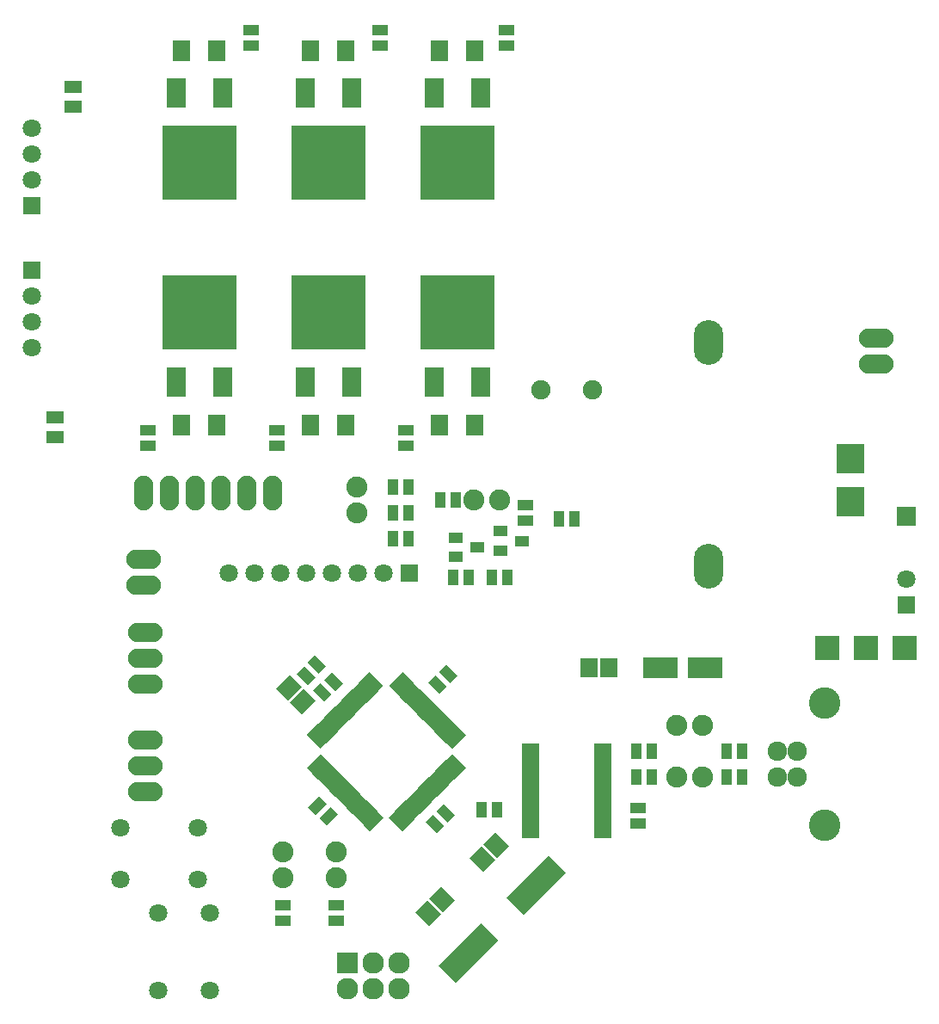
<source format=gbr>
G04 #@! TF.FileFunction,Soldermask,Top*
%FSLAX46Y46*%
G04 Gerber Fmt 4.6, Leading zero omitted, Abs format (unit mm)*
G04 Created by KiCad (PCBNEW (2014-12-16 BZR 5324)-product) date Mo 26 Jan 2015 14:40:25 CET*
%MOMM*%
G01*
G04 APERTURE LIST*
%ADD10C,0.100000*%
%ADD11R,1.035000X1.543000*%
%ADD12C,1.901140*%
%ADD13R,3.399740X2.000200*%
%ADD14R,1.700480X1.898600*%
%ADD15R,1.543000X1.035000*%
%ADD16R,2.701240X2.899360*%
%ADD17R,1.700480X2.099260*%
%ADD18O,2.899360X4.400500*%
%ADD19C,1.924000*%
%ADD20C,3.100020*%
%ADD21O,3.414980X1.906220*%
%ADD22O,1.906220X3.414980*%
%ADD23R,1.797000X1.797000*%
%ADD24C,1.797000*%
%ADD25R,2.127200X2.127200*%
%ADD26O,2.127200X2.127200*%
%ADD27R,1.901140X2.899360*%
%ADD28R,7.400240X7.400240*%
%ADD29R,1.670000X0.806400*%
%ADD30C,2.076400*%
%ADD31R,1.797000X1.289000*%
%ADD32R,2.398980X2.398980*%
%ADD33R,1.901140X1.901140*%
%ADD34R,1.400760X0.999440*%
G04 APERTURE END LIST*
D10*
D11*
X151257000Y-112141000D03*
X149733000Y-112141000D03*
D12*
X131445000Y-74041000D03*
X136525000Y-74041000D03*
D13*
X143215360Y-101346000D03*
X147614640Y-101346000D03*
D11*
X134747000Y-86741000D03*
X133223000Y-86741000D03*
D14*
X138112500Y-101346000D03*
X136207500Y-101346000D03*
D15*
X140970000Y-116713000D03*
X140970000Y-115189000D03*
D10*
G36*
X121774565Y-125439948D02*
X120432052Y-124097435D01*
X121634473Y-122895014D01*
X122976986Y-124237527D01*
X121774565Y-125439948D01*
X121774565Y-125439948D01*
G37*
G36*
X120427527Y-126786986D02*
X119085014Y-125444473D01*
X120287435Y-124242052D01*
X121629948Y-125584565D01*
X120427527Y-126786986D01*
X120427527Y-126786986D01*
G37*
G36*
X127108565Y-120105948D02*
X125766052Y-118763435D01*
X126968473Y-117561014D01*
X128310986Y-118903527D01*
X127108565Y-120105948D01*
X127108565Y-120105948D01*
G37*
G36*
X125761527Y-121452986D02*
X124419014Y-120110473D01*
X125621435Y-118908052D01*
X126963948Y-120250565D01*
X125761527Y-121452986D01*
X125761527Y-121452986D01*
G37*
G36*
X108531724Y-115083790D02*
X109622790Y-113992724D01*
X110354646Y-114724580D01*
X109263580Y-115815646D01*
X108531724Y-115083790D01*
X108531724Y-115083790D01*
G37*
G36*
X109609354Y-116161420D02*
X110700420Y-115070354D01*
X111432276Y-115802210D01*
X110341210Y-116893276D01*
X109609354Y-116161420D01*
X109609354Y-116161420D01*
G37*
G36*
X122152210Y-101038724D02*
X123243276Y-102129790D01*
X122511420Y-102861646D01*
X121420354Y-101770580D01*
X122152210Y-101038724D01*
X122152210Y-101038724D01*
G37*
G36*
X121074580Y-102116354D02*
X122165646Y-103207420D01*
X121433790Y-103939276D01*
X120342724Y-102848210D01*
X121074580Y-102116354D01*
X121074580Y-102116354D01*
G37*
G36*
X121179790Y-117655276D02*
X120088724Y-116564210D01*
X120820580Y-115832354D01*
X121911646Y-116923420D01*
X121179790Y-117655276D01*
X121179790Y-117655276D01*
G37*
G36*
X122257420Y-116577646D02*
X121166354Y-115486580D01*
X121898210Y-114754724D01*
X122989276Y-115845790D01*
X122257420Y-116577646D01*
X122257420Y-116577646D01*
G37*
G36*
X106716052Y-104756565D02*
X108058565Y-103414052D01*
X109260986Y-104616473D01*
X107918473Y-105958986D01*
X106716052Y-104756565D01*
X106716052Y-104756565D01*
G37*
G36*
X105369014Y-103409527D02*
X106711527Y-102067014D01*
X107913948Y-103269435D01*
X106571435Y-104611948D01*
X105369014Y-103409527D01*
X105369014Y-103409527D01*
G37*
G36*
X110849210Y-101800724D02*
X111940276Y-102891790D01*
X111208420Y-103623646D01*
X110117354Y-102532580D01*
X110849210Y-101800724D01*
X110849210Y-101800724D01*
G37*
G36*
X109771580Y-102878354D02*
X110862646Y-103969420D01*
X110130790Y-104701276D01*
X109039724Y-103610210D01*
X109771580Y-102878354D01*
X109771580Y-102878354D01*
G37*
D16*
X161925000Y-80782160D03*
X161925000Y-85079840D03*
D17*
X96039940Y-40640000D03*
X99540060Y-40640000D03*
X108739940Y-40640000D03*
X112240060Y-40640000D03*
X121439940Y-40640000D03*
X124940060Y-40640000D03*
X99540060Y-77470000D03*
X96039940Y-77470000D03*
X112240060Y-77470000D03*
X108739940Y-77470000D03*
X124940060Y-77470000D03*
X121439940Y-77470000D03*
D18*
X147955000Y-69390260D03*
X147955000Y-91391740D03*
D10*
G36*
X109198210Y-100149724D02*
X110289276Y-101240790D01*
X109557420Y-101972646D01*
X108466354Y-100881580D01*
X109198210Y-100149724D01*
X109198210Y-100149724D01*
G37*
G36*
X108120580Y-101227354D02*
X109211646Y-102318420D01*
X108479790Y-103050276D01*
X107388724Y-101959210D01*
X108120580Y-101227354D01*
X108120580Y-101227354D01*
G37*
G36*
X113129227Y-113246984D02*
X111768754Y-114607457D01*
X111198543Y-114037246D01*
X112559016Y-112676773D01*
X113129227Y-113246984D01*
X113129227Y-113246984D01*
G37*
G36*
X113694983Y-113812740D02*
X112334510Y-115173213D01*
X111764299Y-114603002D01*
X113124772Y-113242529D01*
X113694983Y-113812740D01*
X113694983Y-113812740D01*
G37*
G36*
X114260739Y-114378497D02*
X112900266Y-115738970D01*
X112330055Y-115168759D01*
X113690528Y-113808286D01*
X114260739Y-114378497D01*
X114260739Y-114378497D01*
G37*
G36*
X114826495Y-114944253D02*
X113466022Y-116304726D01*
X112895811Y-115734515D01*
X114256284Y-114374042D01*
X114826495Y-114944253D01*
X114826495Y-114944253D01*
G37*
G36*
X115392251Y-115510009D02*
X114031778Y-116870482D01*
X113461567Y-116300271D01*
X114822040Y-114939798D01*
X115392251Y-115510009D01*
X115392251Y-115510009D01*
G37*
G36*
X115958007Y-116075765D02*
X114597534Y-117436238D01*
X114027323Y-116866027D01*
X115387796Y-115505554D01*
X115958007Y-116075765D01*
X115958007Y-116075765D01*
G37*
G36*
X112563471Y-112681228D02*
X111202998Y-114041701D01*
X110632787Y-113471490D01*
X111993260Y-112111017D01*
X112563471Y-112681228D01*
X112563471Y-112681228D01*
G37*
G36*
X111997714Y-112115472D02*
X110637241Y-113475945D01*
X110067030Y-112905734D01*
X111427503Y-111545261D01*
X111997714Y-112115472D01*
X111997714Y-112115472D01*
G37*
G36*
X111431958Y-111549716D02*
X110071485Y-112910189D01*
X109501274Y-112339978D01*
X110861747Y-110979505D01*
X111431958Y-111549716D01*
X111431958Y-111549716D01*
G37*
G36*
X110866202Y-110983960D02*
X109505729Y-112344433D01*
X108935518Y-111774222D01*
X110295991Y-110413749D01*
X110866202Y-110983960D01*
X110866202Y-110983960D01*
G37*
G36*
X110300446Y-110418204D02*
X108939973Y-111778677D01*
X108369762Y-111208466D01*
X109730235Y-109847993D01*
X110300446Y-110418204D01*
X110300446Y-110418204D01*
G37*
G36*
X121211457Y-105164754D02*
X119850984Y-106525227D01*
X119280773Y-105955016D01*
X120641246Y-104594543D01*
X121211457Y-105164754D01*
X121211457Y-105164754D01*
G37*
G36*
X121777213Y-105730510D02*
X120416740Y-107090983D01*
X119846529Y-106520772D01*
X121207002Y-105160299D01*
X121777213Y-105730510D01*
X121777213Y-105730510D01*
G37*
G36*
X122342970Y-106296266D02*
X120982497Y-107656739D01*
X120412286Y-107086528D01*
X121772759Y-105726055D01*
X122342970Y-106296266D01*
X122342970Y-106296266D01*
G37*
G36*
X122908726Y-106862022D02*
X121548253Y-108222495D01*
X120978042Y-107652284D01*
X122338515Y-106291811D01*
X122908726Y-106862022D01*
X122908726Y-106862022D01*
G37*
G36*
X123474482Y-107427778D02*
X122114009Y-108788251D01*
X121543798Y-108218040D01*
X122904271Y-106857567D01*
X123474482Y-107427778D01*
X123474482Y-107427778D01*
G37*
G36*
X124040238Y-107993534D02*
X122679765Y-109354007D01*
X122109554Y-108783796D01*
X123470027Y-107423323D01*
X124040238Y-107993534D01*
X124040238Y-107993534D01*
G37*
G36*
X120645701Y-104598998D02*
X119285228Y-105959471D01*
X118715017Y-105389260D01*
X120075490Y-104028787D01*
X120645701Y-104598998D01*
X120645701Y-104598998D01*
G37*
G36*
X120079945Y-104033241D02*
X118719472Y-105393714D01*
X118149261Y-104823503D01*
X119509734Y-103463030D01*
X120079945Y-104033241D01*
X120079945Y-104033241D01*
G37*
G36*
X119514189Y-103467485D02*
X118153716Y-104827958D01*
X117583505Y-104257747D01*
X118943978Y-102897274D01*
X119514189Y-103467485D01*
X119514189Y-103467485D01*
G37*
G36*
X118948433Y-102901729D02*
X117587960Y-104262202D01*
X117017749Y-103691991D01*
X118378222Y-102331518D01*
X118948433Y-102901729D01*
X118948433Y-102901729D01*
G37*
G36*
X118382677Y-102335973D02*
X117022204Y-103696446D01*
X116451993Y-103126235D01*
X117812466Y-101765762D01*
X118382677Y-102335973D01*
X118382677Y-102335973D01*
G37*
G36*
X121211457Y-114037246D02*
X120641246Y-114607457D01*
X119280773Y-113246984D01*
X119850984Y-112676773D01*
X121211457Y-114037246D01*
X121211457Y-114037246D01*
G37*
G36*
X113129227Y-105955016D02*
X112559016Y-106525227D01*
X111198543Y-105164754D01*
X111768754Y-104594543D01*
X113129227Y-105955016D01*
X113129227Y-105955016D01*
G37*
G36*
X121777213Y-113471490D02*
X121207002Y-114041701D01*
X119846529Y-112681228D01*
X120416740Y-112111017D01*
X121777213Y-113471490D01*
X121777213Y-113471490D01*
G37*
G36*
X113694983Y-105389260D02*
X113124772Y-105959471D01*
X111764299Y-104598998D01*
X112334510Y-104028787D01*
X113694983Y-105389260D01*
X113694983Y-105389260D01*
G37*
G36*
X114260739Y-104823503D02*
X113690528Y-105393714D01*
X112330055Y-104033241D01*
X112900266Y-103463030D01*
X114260739Y-104823503D01*
X114260739Y-104823503D01*
G37*
G36*
X122342970Y-112905734D02*
X121772759Y-113475945D01*
X120412286Y-112115472D01*
X120982497Y-111545261D01*
X122342970Y-112905734D01*
X122342970Y-112905734D01*
G37*
G36*
X122908726Y-112339978D02*
X122338515Y-112910189D01*
X120978042Y-111549716D01*
X121548253Y-110979505D01*
X122908726Y-112339978D01*
X122908726Y-112339978D01*
G37*
G36*
X114826495Y-104257747D02*
X114256284Y-104827958D01*
X112895811Y-103467485D01*
X113466022Y-102897274D01*
X114826495Y-104257747D01*
X114826495Y-104257747D01*
G37*
G36*
X115392251Y-103691991D02*
X114822040Y-104262202D01*
X113461567Y-102901729D01*
X114031778Y-102331518D01*
X115392251Y-103691991D01*
X115392251Y-103691991D01*
G37*
G36*
X123474482Y-111774222D02*
X122904271Y-112344433D01*
X121543798Y-110983960D01*
X122114009Y-110413749D01*
X123474482Y-111774222D01*
X123474482Y-111774222D01*
G37*
G36*
X124040238Y-111208466D02*
X123470027Y-111778677D01*
X122109554Y-110418204D01*
X122679765Y-109847993D01*
X124040238Y-111208466D01*
X124040238Y-111208466D01*
G37*
G36*
X115958007Y-103126235D02*
X115387796Y-103696446D01*
X114027323Y-102335973D01*
X114597534Y-101765762D01*
X115958007Y-103126235D01*
X115958007Y-103126235D01*
G37*
G36*
X112563471Y-106520772D02*
X111993260Y-107090983D01*
X110632787Y-105730510D01*
X111202998Y-105160299D01*
X112563471Y-106520772D01*
X112563471Y-106520772D01*
G37*
G36*
X120645701Y-114603002D02*
X120075490Y-115173213D01*
X118715017Y-113812740D01*
X119285228Y-113242529D01*
X120645701Y-114603002D01*
X120645701Y-114603002D01*
G37*
G36*
X120079945Y-115168759D02*
X119509734Y-115738970D01*
X118149261Y-114378497D01*
X118719472Y-113808286D01*
X120079945Y-115168759D01*
X120079945Y-115168759D01*
G37*
G36*
X111997714Y-107086528D02*
X111427503Y-107656739D01*
X110067030Y-106296266D01*
X110637241Y-105726055D01*
X111997714Y-107086528D01*
X111997714Y-107086528D01*
G37*
G36*
X111431958Y-107652284D02*
X110861747Y-108222495D01*
X109501274Y-106862022D01*
X110071485Y-106291811D01*
X111431958Y-107652284D01*
X111431958Y-107652284D01*
G37*
G36*
X119514189Y-115734515D02*
X118943978Y-116304726D01*
X117583505Y-114944253D01*
X118153716Y-114374042D01*
X119514189Y-115734515D01*
X119514189Y-115734515D01*
G37*
G36*
X118948433Y-116300271D02*
X118378222Y-116870482D01*
X117017749Y-115510009D01*
X117587960Y-114939798D01*
X118948433Y-116300271D01*
X118948433Y-116300271D01*
G37*
G36*
X110866202Y-108218040D02*
X110295991Y-108788251D01*
X108935518Y-107427778D01*
X109505729Y-106857567D01*
X110866202Y-108218040D01*
X110866202Y-108218040D01*
G37*
G36*
X110300446Y-108783796D02*
X109730235Y-109354007D01*
X108369762Y-107993534D01*
X108939973Y-107423323D01*
X110300446Y-108783796D01*
X110300446Y-108783796D01*
G37*
G36*
X118382677Y-116866027D02*
X117812466Y-117436238D01*
X116451993Y-116075765D01*
X117022204Y-115505554D01*
X118382677Y-116866027D01*
X118382677Y-116866027D01*
G37*
D19*
X154686000Y-112141000D03*
X154686000Y-109601000D03*
X156684980Y-109601000D03*
X156684980Y-112141000D03*
D20*
X159385000Y-116870480D03*
X159385000Y-104871520D03*
D21*
X92456000Y-113538000D03*
X92456000Y-110998000D03*
X92456000Y-108458000D03*
X92456000Y-102997000D03*
X92456000Y-100457000D03*
X92456000Y-97917000D03*
X92329000Y-90678000D03*
X92329000Y-93218000D03*
X164465000Y-68961000D03*
X164465000Y-71501000D03*
D22*
X92329000Y-84201000D03*
X94869000Y-84201000D03*
X97409000Y-84201000D03*
X99949000Y-84201000D03*
X102489000Y-84201000D03*
X105029000Y-84201000D03*
D23*
X81280000Y-55880000D03*
D24*
X81280000Y-53340000D03*
X81280000Y-50800000D03*
X81280000Y-48260000D03*
D23*
X118491000Y-92075000D03*
D24*
X115951000Y-92075000D03*
X113411000Y-92075000D03*
X110871000Y-92075000D03*
X108331000Y-92075000D03*
X105791000Y-92075000D03*
X103251000Y-92075000D03*
X100711000Y-92075000D03*
D23*
X167434000Y-95210000D03*
D24*
X167434000Y-92670000D03*
D25*
X112395000Y-130429000D03*
D26*
X112395000Y-132969000D03*
X114935000Y-130429000D03*
X114935000Y-132969000D03*
X117475000Y-130429000D03*
X117475000Y-132969000D03*
D23*
X81280000Y-62230000D03*
D24*
X81280000Y-64770000D03*
X81280000Y-67310000D03*
X81280000Y-69850000D03*
D27*
X100065840Y-44810680D03*
X95514160Y-44810680D03*
D28*
X97790000Y-51709320D03*
D27*
X112765840Y-44810680D03*
X108214160Y-44810680D03*
D28*
X110490000Y-51709320D03*
D27*
X125465840Y-44810680D03*
X120914160Y-44810680D03*
D28*
X123190000Y-51709320D03*
D27*
X95514160Y-73299320D03*
X100065840Y-73299320D03*
D28*
X97790000Y-66400680D03*
D27*
X108214160Y-73299320D03*
X112765840Y-73299320D03*
D28*
X110490000Y-66400680D03*
D27*
X120914160Y-73299320D03*
X125465840Y-73299320D03*
D28*
X123190000Y-66400680D03*
D11*
X128143000Y-92456000D03*
X126619000Y-92456000D03*
X116840000Y-88646000D03*
X118364000Y-88646000D03*
X116840000Y-86106000D03*
X118364000Y-86106000D03*
X116840000Y-83566000D03*
X118364000Y-83566000D03*
X122809000Y-92456000D03*
X124333000Y-92456000D03*
D15*
X129921000Y-86868000D03*
X129921000Y-85344000D03*
D11*
X123063000Y-84836000D03*
X121539000Y-84836000D03*
X127127000Y-115316000D03*
X125603000Y-115316000D03*
X142367000Y-109601000D03*
X140843000Y-109601000D03*
X142367000Y-112141000D03*
X140843000Y-112141000D03*
D15*
X106045000Y-124714000D03*
X106045000Y-126238000D03*
X111252000Y-124714000D03*
X111252000Y-126238000D03*
X102870000Y-40132000D03*
X102870000Y-38608000D03*
X115570000Y-40132000D03*
X115570000Y-38608000D03*
X128016000Y-40132000D03*
X128016000Y-38608000D03*
X92710000Y-77978000D03*
X92710000Y-79502000D03*
X105410000Y-77978000D03*
X105410000Y-79502000D03*
X118110000Y-77978000D03*
X118110000Y-79502000D03*
D11*
X151257000Y-109601000D03*
X149733000Y-109601000D03*
D24*
X98806000Y-125476000D03*
X93726000Y-125476000D03*
X98806000Y-133096000D03*
X93726000Y-133096000D03*
X90043000Y-117094000D03*
X90043000Y-122174000D03*
X97663000Y-117094000D03*
X97663000Y-122174000D03*
D29*
X130429000Y-109220000D03*
X130429000Y-109855000D03*
X130429000Y-110515400D03*
X130429000Y-111175800D03*
X130429000Y-111810800D03*
X130429000Y-112471200D03*
X130429000Y-113131600D03*
X130429000Y-113766600D03*
X130429000Y-114427000D03*
X130429000Y-115062000D03*
X130429000Y-115722400D03*
X130429000Y-116382800D03*
X130429000Y-117017800D03*
X130429000Y-117678200D03*
X137541000Y-117678200D03*
X137541000Y-117017800D03*
X137541000Y-116408200D03*
X137541000Y-115722400D03*
X137541000Y-115062000D03*
X137541000Y-114427000D03*
X137541000Y-113766600D03*
X137541000Y-113131600D03*
X137541000Y-112471200D03*
X137541000Y-111810800D03*
X137541000Y-111175800D03*
X137541000Y-110515400D03*
X137541000Y-109855000D03*
X137541000Y-109220000D03*
D10*
G36*
X132195174Y-119854491D02*
X133891509Y-121550826D01*
X129720216Y-125722119D01*
X128023881Y-124025784D01*
X132195174Y-119854491D01*
X132195174Y-119854491D01*
G37*
G36*
X125549784Y-126499881D02*
X127246119Y-128196216D01*
X123074826Y-132367509D01*
X121378491Y-130671174D01*
X125549784Y-126499881D01*
X125549784Y-126499881D01*
G37*
D30*
X113284000Y-83566000D03*
X113284000Y-86106000D03*
X127381000Y-84836000D03*
X124841000Y-84836000D03*
X147320000Y-107061000D03*
X144780000Y-107061000D03*
X147320000Y-112141000D03*
X144780000Y-112141000D03*
X106045000Y-119507000D03*
X106045000Y-122047000D03*
X111252000Y-119507000D03*
X111252000Y-122047000D03*
D31*
X83566000Y-78676500D03*
X83566000Y-76771500D03*
X85344000Y-44259500D03*
X85344000Y-46164500D03*
D32*
X159624000Y-99440000D03*
X163434000Y-99440000D03*
X167244000Y-99440000D03*
D33*
X167434000Y-86440000D03*
D34*
X123022360Y-88582500D03*
X125135640Y-89535000D03*
X123022360Y-90487500D03*
X127467360Y-87947500D03*
X129580640Y-88900000D03*
X127467360Y-89852500D03*
M02*

</source>
